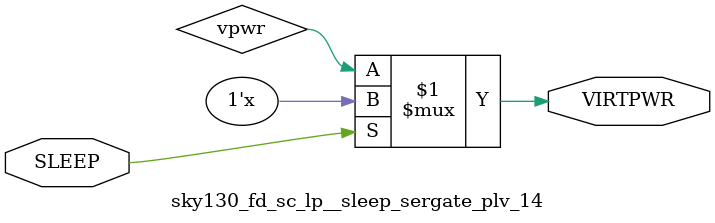
<source format=v>
/*
 * Copyright 2020 The SkyWater PDK Authors
 *
 * Licensed under the Apache License, Version 2.0 (the "License");
 * you may not use this file except in compliance with the License.
 * You may obtain a copy of the License at
 *
 *     https://www.apache.org/licenses/LICENSE-2.0
 *
 * Unless required by applicable law or agreed to in writing, software
 * distributed under the License is distributed on an "AS IS" BASIS,
 * WITHOUT WARRANTIES OR CONDITIONS OF ANY KIND, either express or implied.
 * See the License for the specific language governing permissions and
 * limitations under the License.
 *
 * SPDX-License-Identifier: Apache-2.0
*/


`ifndef SKY130_FD_SC_LP__SLEEP_SERGATE_PLV_14_FUNCTIONAL_V
`define SKY130_FD_SC_LP__SLEEP_SERGATE_PLV_14_FUNCTIONAL_V

/**
 * sleep_sergate_plv: connect vpr to virtpwr when not in sleep mode.
 *
 * Verilog simulation functional model.
 */

`timescale 1ns / 1ps
`default_nettype none

`celldefine
module sky130_fd_sc_lp__sleep_sergate_plv_14 (
    VIRTPWR,
    SLEEP
);

    // Module ports
    output VIRTPWR;
    input  SLEEP  ;

    // Local signals
    wire vgnd;
    wire vpwr;

    //       Name       Output   Other arguments
    pulldown pulldown0 (vgnd   );
    bufif0   bufif00   (VIRTPWR, vpwr, SLEEP    );

endmodule
`endcelldefine

`default_nettype wire
`endif  // SKY130_FD_SC_LP__SLEEP_SERGATE_PLV_14_FUNCTIONAL_V

</source>
